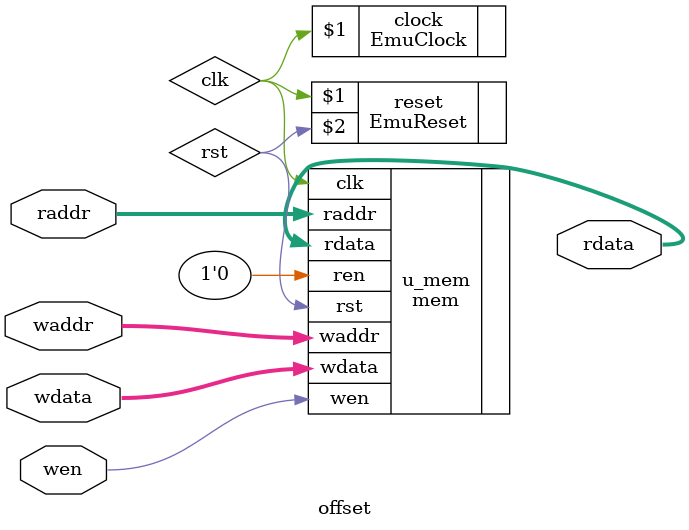
<source format=v>
`timescale 1 ns / 1 ps

module offset(
    input   [5:0]           raddr,
    output  [79:0]          rdata,
    input                   wen,
    input   [5:0]           waddr,
    input   [79:0]          wdata
);

    wire clk, rst;
    EmuClock clock(clk);
    EmuReset reset(clk, rst);

    mem #(
        .WIDTH(80),
        .DEPTH(32),
        .OFFSET(32),
        .SYNCREAD(0)
    )
    u_mem (
        .clk(clk),
        .rst(rst),
        .ren(1'b0),
        .raddr(raddr),
        .rdata(rdata),
        .wen(wen),
        .waddr(waddr),
        .wdata(wdata)
    );

endmodule

</source>
